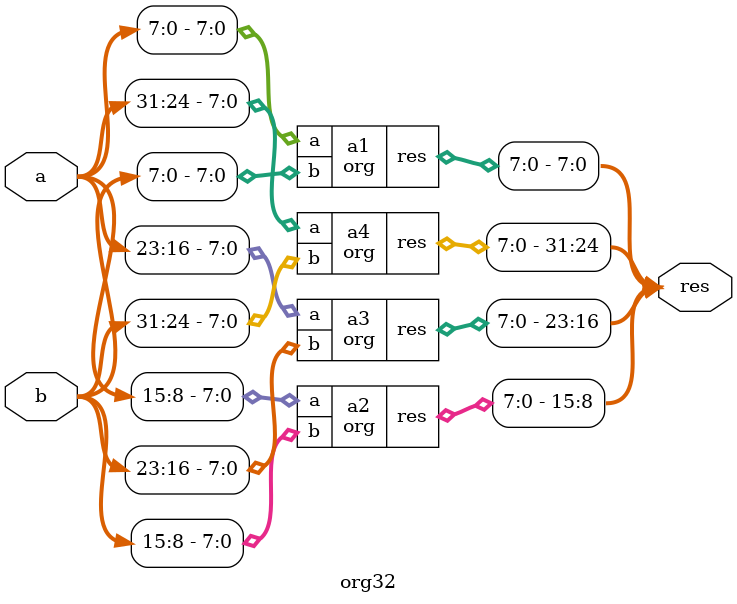
<source format=v>
`timescale 1ns / 1ps

module org(
    input [7:0] a,
    input [7:0] b,
    output [7:0] res
);
    or g1(res[0],a[0],b[0]);
    or g2(res[1],a[1],b[1]);
    or g3(res[2],a[2],b[2]);
    or g4(res[3],a[3],b[3]);
    or g5(res[4],a[4],b[4]);
    or g6(res[5],a[5],b[5]);
    or g7(res[6],a[6],b[6]);
    or g8(res[7],a[7],b[7]);
endmodule

module org32(
    input [31:0] a,
    input [31:0] b,
    output [31:0] res
);
    org a1(a[7:0],b[7:0],res[7:0]);
    org a2(a[15:8],b[15:8],res[15:8]);
    org a3(a[23:16],b[23:16],res[23:16]);
    org a4(a[31:24],b[31:24],res[31:24]);
endmodule

</source>
